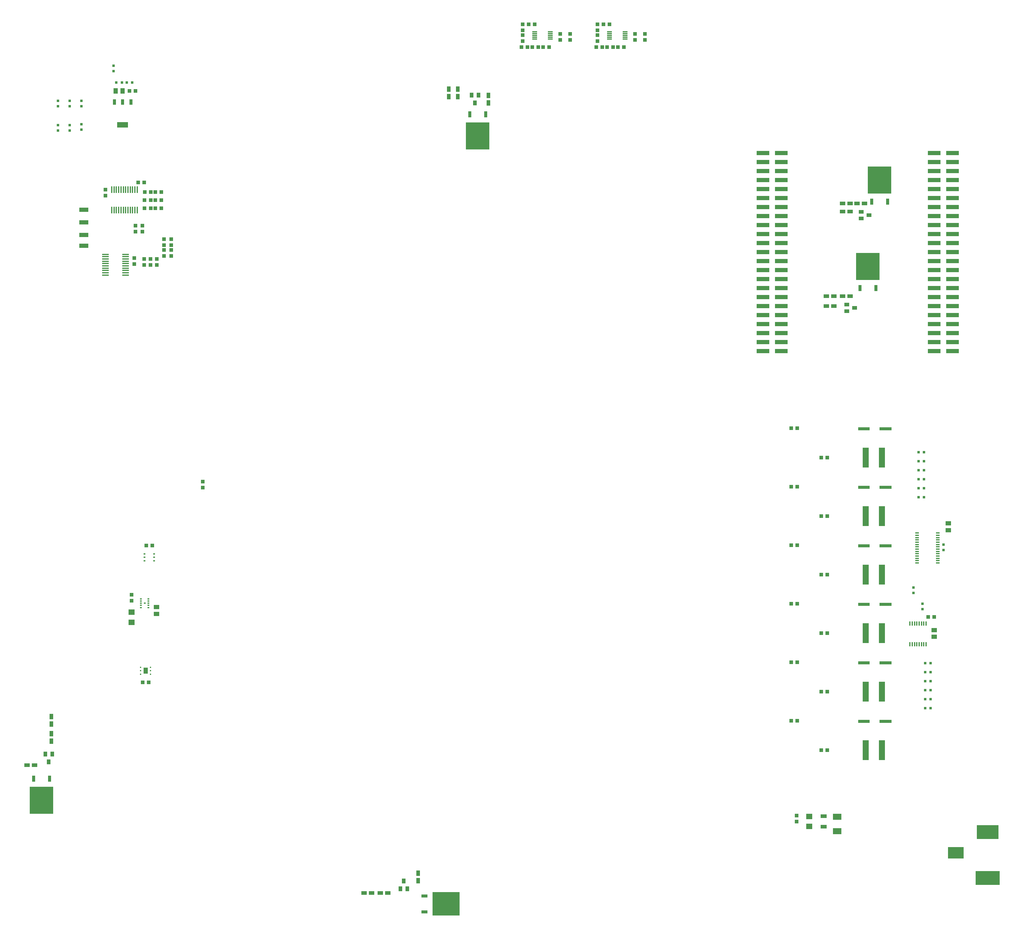
<source format=gbr>
G04 EAGLE Gerber X2 export*
%TF.Part,Single*%
%TF.FileFunction,Paste,Top*%
%TF.FilePolarity,Positive*%
%TF.GenerationSoftware,Autodesk,EAGLE,9.0.1*%
%TF.CreationDate,2018-05-30T13:43:05Z*%
G75*
%MOMM*%
%FSLAX34Y34*%
%LPD*%
%AMOC8*
5,1,8,0,0,1.08239X$1,22.5*%
G01*
%ADD10R,1.000000X1.100000*%
%ADD11R,2.400000X1.800000*%
%ADD12R,1.800000X1.600000*%
%ADD13R,1.803400X1.117600*%
%ADD14R,0.406400X1.981200*%
%ADD15R,1.100000X1.000000*%
%ADD16R,1.400000X0.300000*%
%ADD17R,0.800000X0.800000*%
%ADD18R,0.799997X0.755600*%
%ADD19R,4.400000X3.300000*%
%ADD20R,6.750000X3.900000*%
%ADD21R,6.200000X3.900000*%
%ADD22R,0.600000X0.400000*%
%ADD23R,1.500000X1.300000*%
%ADD24R,1.803000X1.600000*%
%ADD25R,0.400000X0.300000*%
%ADD26R,1.270000X1.651000*%
%ADD27R,3.403600X0.889000*%
%ADD28R,3.251200X0.889000*%
%ADD29R,1.800000X5.700000*%
%ADD30R,0.350000X1.200000*%
%ADD31R,0.755600X0.799997*%
%ADD32R,0.990600X0.304800*%
%ADD33R,0.838200X1.600200*%
%ADD34R,3.098800X1.600200*%
%ADD35R,1.300000X1.500000*%
%ADD36R,1.981200X0.406400*%
%ADD37R,1.000000X1.500000*%
%ADD38R,1.000000X1.400000*%
%ADD39R,0.939800X1.701800*%
%ADD40R,6.654800X7.721600*%
%ADD41R,1.500000X1.000000*%
%ADD42R,1.701800X0.939800*%
%ADD43R,7.721600X6.654800*%
%ADD44R,2.540000X1.270000*%
%ADD45R,3.556000X1.270000*%
%ADD46R,1.400000X1.000000*%


D10*
X2310714Y459756D03*
X2310714Y442756D03*
D11*
X2425014Y456266D03*
X2425014Y415766D03*
D12*
X2346274Y457636D03*
X2346274Y429636D03*
D13*
X2386914Y458622D03*
X2386914Y428650D03*
D10*
X363144Y2209022D03*
X363144Y2226022D03*
X454974Y2246732D03*
X471974Y2246732D03*
D14*
X452234Y2225904D03*
X445734Y2225904D03*
X439234Y2225904D03*
X432734Y2225904D03*
X426234Y2225904D03*
X419734Y2225904D03*
X413234Y2225904D03*
X406734Y2225904D03*
X400234Y2225904D03*
X393734Y2225904D03*
X387234Y2225904D03*
X380734Y2225904D03*
X380734Y2168500D03*
X387234Y2168500D03*
X393734Y2168500D03*
X400234Y2168500D03*
X406734Y2168500D03*
X413234Y2168500D03*
X419734Y2168500D03*
X426234Y2168500D03*
X432734Y2168500D03*
X439234Y2168500D03*
X445734Y2168500D03*
X452234Y2168500D03*
D15*
X490264Y2173582D03*
X473264Y2173582D03*
X520234Y2173582D03*
X503234Y2173582D03*
X490514Y2219042D03*
X473514Y2219042D03*
X520234Y2219042D03*
X503234Y2219042D03*
X490264Y2196442D03*
X473264Y2196442D03*
X520234Y2196442D03*
X503234Y2196442D03*
D16*
X1617018Y2651082D03*
X1617018Y2656082D03*
X1617018Y2661082D03*
X1617018Y2666082D03*
X1617018Y2671082D03*
X1573018Y2671082D03*
X1573018Y2666082D03*
X1573018Y2661082D03*
X1573018Y2656082D03*
X1573018Y2651082D03*
D10*
X1596678Y2628062D03*
X1613678Y2628062D03*
X1566198Y2628062D03*
X1583198Y2628062D03*
X1535718Y2628062D03*
X1552718Y2628062D03*
D15*
X1539138Y2661962D03*
X1539138Y2644962D03*
D10*
X1573038Y2692832D03*
X1556038Y2692832D03*
D15*
X1539138Y2692442D03*
X1539138Y2675442D03*
X1644548Y2665772D03*
X1644548Y2648772D03*
X1672488Y2665772D03*
X1672488Y2648772D03*
D16*
X1827838Y2651082D03*
X1827838Y2656082D03*
X1827838Y2661082D03*
X1827838Y2666082D03*
X1827838Y2671082D03*
X1783838Y2671082D03*
X1783838Y2666082D03*
X1783838Y2661082D03*
X1783838Y2656082D03*
X1783838Y2651082D03*
D10*
X1807498Y2628062D03*
X1824498Y2628062D03*
X1777018Y2628062D03*
X1794018Y2628062D03*
X1746538Y2628062D03*
X1763538Y2628062D03*
D15*
X1749958Y2661962D03*
X1749958Y2644962D03*
D10*
X1783858Y2692832D03*
X1766858Y2692832D03*
D15*
X1749958Y2692442D03*
X1749958Y2675442D03*
X1855368Y2665772D03*
X1855368Y2648772D03*
X1883308Y2665772D03*
X1883308Y2648772D03*
D10*
X447142Y2124396D03*
X447142Y2107396D03*
X467284Y2124422D03*
X467284Y2107422D03*
D17*
X228702Y2392876D03*
X228702Y2407876D03*
D18*
X228702Y2461178D03*
X228702Y2476734D03*
D17*
X261722Y2392876D03*
X261722Y2407876D03*
D18*
X261722Y2461178D03*
X261722Y2476734D03*
D17*
X294742Y2395416D03*
X294742Y2410416D03*
D18*
X294742Y2461178D03*
X294742Y2476734D03*
D19*
X2759732Y355090D03*
D20*
X2849232Y284090D03*
D21*
X2849232Y413090D03*
D22*
X463108Y1059104D03*
X484108Y1059104D03*
X463108Y1065104D03*
X463108Y1071104D03*
X463108Y1053104D03*
X463108Y1047104D03*
X484108Y1047104D03*
X484108Y1053104D03*
X484108Y1065104D03*
X484108Y1071104D03*
X473608Y1059104D03*
D23*
X506628Y1048284D03*
X506628Y1029284D03*
D24*
X436778Y1033954D03*
X436778Y1005514D03*
D10*
X436778Y1065844D03*
X436778Y1082844D03*
D22*
X472808Y1188644D03*
X472808Y1178644D03*
X472808Y1198644D03*
X499808Y1188644D03*
X499808Y1178644D03*
X499808Y1198644D03*
D15*
X477808Y1221664D03*
X494808Y1221664D03*
D25*
X462148Y878604D03*
X462148Y868604D03*
X462148Y858604D03*
X490148Y858604D03*
X490148Y868604D03*
X490148Y878604D03*
D26*
X476148Y868604D03*
D15*
X484648Y835584D03*
X467648Y835584D03*
D10*
X637362Y1385350D03*
X637362Y1402350D03*
D15*
X2397624Y1470406D03*
X2380624Y1470406D03*
X2295534Y1552956D03*
X2312534Y1552956D03*
D27*
X2561336Y1551686D03*
D28*
X2500884Y1551178D03*
D29*
X2551824Y1470406D03*
X2505824Y1470406D03*
D15*
X2397624Y1305306D03*
X2380624Y1305306D03*
X2295534Y1387856D03*
X2312534Y1387856D03*
D27*
X2561336Y1386586D03*
D28*
X2500884Y1386078D03*
D29*
X2551824Y1305306D03*
X2505824Y1305306D03*
D15*
X2397624Y1140206D03*
X2380624Y1140206D03*
X2295534Y1222756D03*
X2312534Y1222756D03*
D27*
X2561336Y1221486D03*
D28*
X2500884Y1220978D03*
D29*
X2551824Y1140206D03*
X2505824Y1140206D03*
D15*
X2397624Y975106D03*
X2380624Y975106D03*
X2295534Y1057656D03*
X2312534Y1057656D03*
D27*
X2561336Y1056386D03*
D28*
X2500884Y1055878D03*
D29*
X2551824Y975106D03*
X2505824Y975106D03*
D15*
X2397624Y810006D03*
X2380624Y810006D03*
X2295534Y892556D03*
X2312534Y892556D03*
D27*
X2561336Y891286D03*
D28*
X2500884Y890778D03*
D29*
X2551824Y810006D03*
X2505824Y810006D03*
D15*
X2397624Y644906D03*
X2380624Y644906D03*
X2295534Y727456D03*
X2312534Y727456D03*
D27*
X2561336Y726186D03*
D28*
X2500884Y725678D03*
D29*
X2551824Y644906D03*
X2505824Y644906D03*
D30*
X2676034Y1001816D03*
X2669534Y1001816D03*
X2663034Y1001816D03*
X2656534Y1001816D03*
X2650034Y1001816D03*
X2643534Y1001816D03*
X2637034Y1001816D03*
X2630534Y1001816D03*
X2630534Y943316D03*
X2637034Y943316D03*
X2643534Y943316D03*
X2650034Y943316D03*
X2656534Y943316D03*
X2663034Y943316D03*
X2669534Y943316D03*
X2676034Y943316D03*
D15*
X2681614Y1020826D03*
X2698614Y1020826D03*
D23*
X2699004Y964336D03*
X2699004Y983336D03*
D31*
X2689002Y763016D03*
X2673446Y763016D03*
X2689002Y788416D03*
X2673446Y788416D03*
X2689002Y813816D03*
X2673446Y813816D03*
X2689002Y839216D03*
X2673446Y839216D03*
X2689002Y864616D03*
X2673446Y864616D03*
X2689002Y890016D03*
X2673446Y890016D03*
D32*
X2650522Y1257386D03*
X2650522Y1250886D03*
X2650522Y1244386D03*
X2650522Y1237886D03*
X2650522Y1231386D03*
X2650522Y1224886D03*
X2650522Y1218386D03*
X2650522Y1211886D03*
X2650522Y1205386D03*
X2650522Y1198886D03*
X2650522Y1192386D03*
X2650522Y1185886D03*
X2650522Y1179386D03*
X2650522Y1172886D03*
X2708878Y1172886D03*
X2708878Y1179386D03*
X2708878Y1185886D03*
X2708878Y1192386D03*
X2708878Y1198886D03*
X2708878Y1205386D03*
X2708878Y1211886D03*
X2708878Y1218386D03*
X2708878Y1224886D03*
X2708878Y1231386D03*
X2708878Y1237886D03*
X2708878Y1244386D03*
X2708878Y1250886D03*
X2708878Y1257386D03*
D31*
X2654490Y1485646D03*
X2670046Y1485646D03*
X2654490Y1460246D03*
X2670046Y1460246D03*
X2654490Y1434846D03*
X2670046Y1434846D03*
X2654810Y1409446D03*
X2670366Y1409446D03*
X2654810Y1384046D03*
X2670366Y1384046D03*
X2654810Y1358646D03*
X2670366Y1358646D03*
D18*
X2725420Y1224819D03*
X2725420Y1209263D03*
D23*
X2738374Y1265326D03*
X2738374Y1284326D03*
D18*
X2665984Y1042258D03*
X2665984Y1057814D03*
X2640584Y1103534D03*
X2640584Y1087978D03*
D17*
X438030Y2528570D03*
X423030Y2528570D03*
D31*
X409098Y2528570D03*
X393542Y2528570D03*
D33*
X434480Y2472944D03*
X411480Y2472944D03*
X388480Y2472944D03*
D34*
X411480Y2408936D03*
D15*
X447920Y2504440D03*
X430920Y2504440D03*
D35*
X391820Y2504440D03*
X410820Y2504440D03*
D18*
X386080Y2560162D03*
X386080Y2575718D03*
D36*
X419862Y1984970D03*
X419862Y1991470D03*
X419862Y1997970D03*
X419862Y2004470D03*
X419862Y2010970D03*
X419862Y2017470D03*
X419862Y2023970D03*
X419862Y2030470D03*
X419862Y2036970D03*
X419862Y2043470D03*
X362458Y2043470D03*
X362458Y2036970D03*
X362458Y2030470D03*
X362458Y2023970D03*
X362458Y2017470D03*
X362458Y2010970D03*
X362458Y2004470D03*
X362458Y1997970D03*
X362458Y1991470D03*
X362458Y1984970D03*
D10*
X548640Y2055740D03*
X548640Y2038740D03*
X528320Y2055740D03*
X528320Y2038740D03*
X528320Y2086220D03*
X528320Y2069220D03*
X548640Y2086220D03*
X548640Y2069220D03*
X472440Y2013340D03*
X472440Y2030340D03*
X508000Y2013340D03*
X508000Y2030340D03*
X490220Y2013340D03*
X490220Y2030340D03*
X444500Y2015880D03*
X444500Y2032880D03*
D37*
X1442720Y2471055D03*
X1442720Y2492105D03*
X1356360Y2509885D03*
X1356360Y2488835D03*
D38*
X1404620Y2470580D03*
X1395120Y2492580D03*
X1414120Y2492580D03*
D39*
X1434740Y2438527D03*
X1389740Y2438527D03*
D40*
X1412240Y2377440D03*
D41*
X162925Y601980D03*
X141875Y601980D03*
D37*
X210820Y670195D03*
X210820Y691245D03*
D38*
X203200Y611300D03*
X193700Y633300D03*
X212700Y633300D03*
D39*
X205380Y564007D03*
X160380Y564007D03*
D40*
X182880Y502920D03*
D37*
X1244600Y276495D03*
X1244600Y297545D03*
D41*
X1158605Y241300D03*
X1137555Y241300D03*
D38*
X1203960Y275160D03*
X1213460Y253160D03*
X1194460Y253160D03*
D42*
X1262253Y233320D03*
X1262253Y188320D03*
D43*
X1323340Y210820D03*
D44*
X302260Y2169160D03*
X302260Y2133600D03*
X302260Y2098040D03*
X302260Y2067560D03*
D45*
X2750820Y1770380D03*
X2750820Y1795780D03*
X2750820Y1821180D03*
X2750820Y1846580D03*
X2750820Y1871980D03*
X2750820Y1897380D03*
X2750820Y1922780D03*
X2750820Y1948180D03*
X2750820Y1973580D03*
X2750820Y1998980D03*
X2750820Y2024380D03*
X2750820Y2049780D03*
X2750820Y2075180D03*
X2750820Y2100580D03*
X2750820Y2125980D03*
X2750820Y2151380D03*
X2750820Y2176780D03*
X2750820Y2202180D03*
X2750820Y2227580D03*
X2750820Y2252980D03*
X2750820Y2278380D03*
X2750820Y2303780D03*
X2750820Y2329180D03*
X2698750Y1770380D03*
X2698750Y1795780D03*
X2698750Y1821180D03*
X2698750Y1846580D03*
X2698750Y1871980D03*
X2698750Y1897380D03*
X2698750Y1922780D03*
X2698750Y1948180D03*
X2698750Y1973580D03*
X2698750Y1998980D03*
X2698750Y2024380D03*
X2698750Y2049780D03*
X2698750Y2075180D03*
X2698750Y2100580D03*
X2698750Y2125980D03*
X2698750Y2151380D03*
X2698750Y2176780D03*
X2698750Y2202180D03*
X2698750Y2227580D03*
X2698750Y2252980D03*
X2698750Y2278380D03*
X2698750Y2303780D03*
X2698750Y2329180D03*
X2268220Y1770380D03*
X2268220Y1795780D03*
X2268220Y1821180D03*
X2268220Y1846580D03*
X2268220Y1871980D03*
X2268220Y1897380D03*
X2268220Y1922780D03*
X2268220Y1948180D03*
X2268220Y1973580D03*
X2268220Y1998980D03*
X2268220Y2024380D03*
X2268220Y2049780D03*
X2268220Y2075180D03*
X2268220Y2100580D03*
X2268220Y2125980D03*
X2268220Y2151380D03*
X2268220Y2176780D03*
X2268220Y2202180D03*
X2268220Y2227580D03*
X2268220Y2252980D03*
X2268220Y2278380D03*
X2268220Y2303780D03*
X2268220Y2329180D03*
X2216150Y1770380D03*
X2216150Y1795780D03*
X2216150Y1821180D03*
X2216150Y1846580D03*
X2216150Y1871980D03*
X2216150Y1897380D03*
X2216150Y1922780D03*
X2216150Y1948180D03*
X2216150Y1973580D03*
X2216150Y1998980D03*
X2216150Y2024380D03*
X2216150Y2049780D03*
X2216150Y2075180D03*
X2216150Y2100580D03*
X2216150Y2125980D03*
X2216150Y2151380D03*
X2216150Y2176780D03*
X2216150Y2202180D03*
X2216150Y2227580D03*
X2216150Y2252980D03*
X2216150Y2278380D03*
X2216150Y2303780D03*
X2216150Y2329180D03*
D37*
X1330960Y2509885D03*
X1330960Y2488835D03*
D41*
X1091835Y241300D03*
X1112885Y241300D03*
D37*
X210820Y739505D03*
X210820Y718455D03*
D41*
X2502265Y2186940D03*
X2481215Y2186940D03*
X2461625Y2164080D03*
X2440575Y2164080D03*
D46*
X2515440Y2153920D03*
X2493440Y2144420D03*
X2493440Y2163420D03*
D39*
X2522580Y2191893D03*
X2567580Y2191893D03*
D40*
X2545080Y2252980D03*
D41*
X2461625Y2186940D03*
X2440575Y2186940D03*
X2461625Y1925320D03*
X2440575Y1925320D03*
X2415905Y1897380D03*
X2394855Y1897380D03*
D46*
X2474800Y1892300D03*
X2452800Y1882800D03*
X2452800Y1901800D03*
D39*
X2489560Y1948053D03*
X2534560Y1948053D03*
D40*
X2512060Y2009140D03*
D41*
X2415905Y1925320D03*
X2394855Y1925320D03*
M02*

</source>
